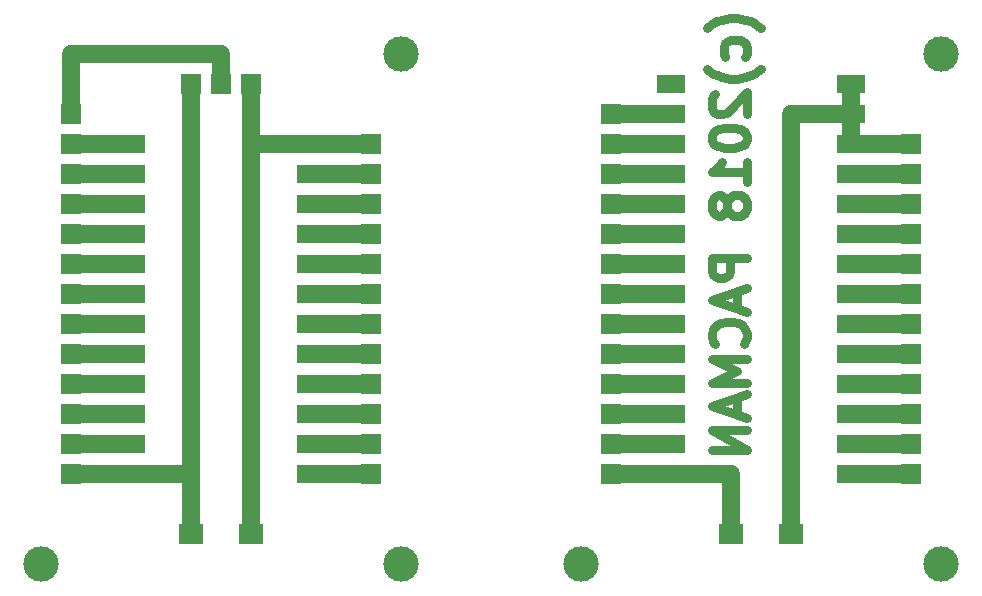
<source format=gbr>
G04 #@! TF.FileFunction,Copper,L2,Bot,Signal*
%FSLAX46Y46*%
G04 Gerber Fmt 4.6, Leading zero omitted, Abs format (unit mm)*
G04 Created by KiCad (PCBNEW 4.0.5+dfsg1-4) date Mon Jul  9 17:35:54 2018*
%MOMM*%
%LPD*%
G01*
G04 APERTURE LIST*
%ADD10C,0.100000*%
%ADD11C,0.750000*%
%ADD12R,1.700000X1.700000*%
%ADD13R,2.400000X1.600000*%
%ADD14R,2.000000X1.700000*%
%ADD15C,3.000000*%
%ADD16C,1.500000*%
G04 APERTURE END LIST*
D10*
D11*
X66000000Y50448571D02*
X65857143Y50591429D01*
X65428571Y50877143D01*
X65142857Y51020000D01*
X64714286Y51162857D01*
X64000000Y51305714D01*
X63428571Y51305714D01*
X62714286Y51162857D01*
X62285714Y51020000D01*
X62000000Y50877143D01*
X61571429Y50591429D01*
X61428571Y50448571D01*
X64714286Y48020000D02*
X64857143Y48305714D01*
X64857143Y48877143D01*
X64714286Y49162857D01*
X64571429Y49305714D01*
X64285714Y49448571D01*
X63428571Y49448571D01*
X63142857Y49305714D01*
X63000000Y49162857D01*
X62857143Y48877143D01*
X62857143Y48305714D01*
X63000000Y48020000D01*
X66000000Y47020000D02*
X65857143Y46877142D01*
X65428571Y46591428D01*
X65142857Y46448571D01*
X64714286Y46305714D01*
X64000000Y46162857D01*
X63428571Y46162857D01*
X62714286Y46305714D01*
X62285714Y46448571D01*
X62000000Y46591428D01*
X61571429Y46877142D01*
X61428571Y47020000D01*
X62142857Y44877142D02*
X62000000Y44734285D01*
X61857143Y44448571D01*
X61857143Y43734285D01*
X62000000Y43448571D01*
X62142857Y43305714D01*
X62428571Y43162857D01*
X62714286Y43162857D01*
X63142857Y43305714D01*
X64857143Y45020000D01*
X64857143Y43162857D01*
X61857143Y41305714D02*
X61857143Y41019999D01*
X62000000Y40734285D01*
X62142857Y40591428D01*
X62428571Y40448571D01*
X63000000Y40305714D01*
X63714286Y40305714D01*
X64285714Y40448571D01*
X64571429Y40591428D01*
X64714286Y40734285D01*
X64857143Y41019999D01*
X64857143Y41305714D01*
X64714286Y41591428D01*
X64571429Y41734285D01*
X64285714Y41877142D01*
X63714286Y42019999D01*
X63000000Y42019999D01*
X62428571Y41877142D01*
X62142857Y41734285D01*
X62000000Y41591428D01*
X61857143Y41305714D01*
X64857143Y37448571D02*
X64857143Y39162856D01*
X64857143Y38305714D02*
X61857143Y38305714D01*
X62285714Y38591428D01*
X62571429Y38877142D01*
X62714286Y39162856D01*
X63142857Y35734285D02*
X63000000Y36019999D01*
X62857143Y36162856D01*
X62571429Y36305713D01*
X62428571Y36305713D01*
X62142857Y36162856D01*
X62000000Y36019999D01*
X61857143Y35734285D01*
X61857143Y35162856D01*
X62000000Y34877142D01*
X62142857Y34734285D01*
X62428571Y34591428D01*
X62571429Y34591428D01*
X62857143Y34734285D01*
X63000000Y34877142D01*
X63142857Y35162856D01*
X63142857Y35734285D01*
X63285714Y36019999D01*
X63428571Y36162856D01*
X63714286Y36305713D01*
X64285714Y36305713D01*
X64571429Y36162856D01*
X64714286Y36019999D01*
X64857143Y35734285D01*
X64857143Y35162856D01*
X64714286Y34877142D01*
X64571429Y34734285D01*
X64285714Y34591428D01*
X63714286Y34591428D01*
X63428571Y34734285D01*
X63285714Y34877142D01*
X63142857Y35162856D01*
X64857143Y31019999D02*
X61857143Y31019999D01*
X61857143Y29877142D01*
X62000000Y29591428D01*
X62142857Y29448571D01*
X62428571Y29305714D01*
X62857143Y29305714D01*
X63142857Y29448571D01*
X63285714Y29591428D01*
X63428571Y29877142D01*
X63428571Y31019999D01*
X64000000Y28162856D02*
X64000000Y26734285D01*
X64857143Y28448571D02*
X61857143Y27448571D01*
X64857143Y26448571D01*
X64571429Y23734285D02*
X64714286Y23877142D01*
X64857143Y24305713D01*
X64857143Y24591427D01*
X64714286Y25019999D01*
X64428571Y25305713D01*
X64142857Y25448570D01*
X63571429Y25591427D01*
X63142857Y25591427D01*
X62571429Y25448570D01*
X62285714Y25305713D01*
X62000000Y25019999D01*
X61857143Y24591427D01*
X61857143Y24305713D01*
X62000000Y23877142D01*
X62142857Y23734285D01*
X64857143Y22448570D02*
X61857143Y22448570D01*
X64000000Y21448570D01*
X61857143Y20448570D01*
X64857143Y20448570D01*
X64000000Y19162856D02*
X64000000Y17734285D01*
X64857143Y19448571D02*
X61857143Y18448571D01*
X64857143Y17448571D01*
X64857143Y16448570D02*
X61857143Y16448570D01*
X64857143Y14734285D01*
X61857143Y14734285D01*
D12*
X22860000Y45720000D03*
X20320000Y45720000D03*
X17780000Y45720000D03*
X7620000Y43180000D03*
X7620000Y40640000D03*
X7620000Y38100000D03*
X7620000Y35560000D03*
X7620000Y33020000D03*
X7620000Y30480000D03*
X7620000Y27940000D03*
X7620000Y25400000D03*
X7620000Y22860000D03*
X7620000Y20320000D03*
X7620000Y17780000D03*
X7620000Y15240000D03*
X7620000Y12700000D03*
X78740000Y12700000D03*
X78740000Y15240000D03*
X78740000Y17780000D03*
X78740000Y20320000D03*
X78740000Y22860000D03*
X78740000Y25400000D03*
X78740000Y27940000D03*
X78740000Y30480000D03*
X78740000Y33020000D03*
X78740000Y35560000D03*
X78740000Y38100000D03*
X78740000Y40640000D03*
X53340000Y43180000D03*
X53340000Y40640000D03*
X53340000Y38100000D03*
X53340000Y35560000D03*
X53340000Y33020000D03*
X53340000Y30480000D03*
X53340000Y27940000D03*
X53340000Y25400000D03*
X53340000Y22860000D03*
X53340000Y20320000D03*
X53340000Y17780000D03*
X53340000Y15240000D03*
X53340000Y12700000D03*
D13*
X58420000Y45720000D03*
X73660000Y12700000D03*
X58420000Y43180000D03*
X73660000Y15240000D03*
X58420000Y40640000D03*
X73660000Y17780000D03*
X58420000Y38100000D03*
X73660000Y20320000D03*
X58420000Y35560000D03*
X73660000Y22860000D03*
X58420000Y33020000D03*
X73660000Y25400000D03*
X58420000Y30480000D03*
X73660000Y27940000D03*
X58420000Y27940000D03*
X73660000Y30480000D03*
X58420000Y25400000D03*
X73660000Y33020000D03*
X58420000Y22860000D03*
X73660000Y35560000D03*
X58420000Y20320000D03*
X73660000Y38100000D03*
X58420000Y17780000D03*
X73660000Y40640000D03*
X58420000Y15240000D03*
X73660000Y43180000D03*
X58420000Y12700000D03*
X73660000Y45720000D03*
D12*
X33020000Y12700000D03*
X33020000Y15240000D03*
X33020000Y17780000D03*
X33020000Y20320000D03*
X33020000Y22860000D03*
X33020000Y25400000D03*
X33020000Y27940000D03*
X33020000Y30480000D03*
X33020000Y33020000D03*
X33020000Y35560000D03*
X33020000Y38100000D03*
X33020000Y40640000D03*
D13*
X12700000Y40640000D03*
X27940000Y12700000D03*
X12700000Y38100000D03*
X27940000Y15240000D03*
X12700000Y35560000D03*
X27940000Y17780000D03*
X12700000Y33020000D03*
X27940000Y20320000D03*
X12700000Y30480000D03*
X27940000Y22860000D03*
X12700000Y27940000D03*
X27940000Y25400000D03*
X12700000Y25400000D03*
X27940000Y27940000D03*
X12700000Y22860000D03*
X27940000Y30480000D03*
X12700000Y20320000D03*
X27940000Y33020000D03*
X12700000Y17780000D03*
X27940000Y35560000D03*
X12700000Y15240000D03*
X27940000Y38100000D03*
X12700000Y12700000D03*
X27940000Y40640000D03*
D14*
X22860000Y7620000D03*
X17780000Y7620000D03*
X68580000Y7620000D03*
X63500000Y7620000D03*
D15*
X81280000Y5080000D03*
X50800000Y5080000D03*
X35560000Y5080000D03*
X5080000Y5080000D03*
X35560000Y48260000D03*
X81280000Y48260000D03*
D16*
X7620000Y43180000D02*
X7620000Y48260000D01*
X20320000Y48260000D02*
X20320000Y45720000D01*
X7620000Y48260000D02*
X20320000Y48260000D01*
X7620000Y40640000D02*
X12700000Y40640000D01*
X7620000Y38100000D02*
X12700000Y38100000D01*
X7620000Y35560000D02*
X12700000Y35560000D01*
X7620000Y33020000D02*
X12700000Y33020000D01*
X7620000Y30480000D02*
X12700000Y30480000D01*
X7620000Y27940000D02*
X12700000Y27940000D01*
X7620000Y25400000D02*
X12700000Y25400000D01*
X7620000Y22860000D02*
X12700000Y22860000D01*
X7620000Y20320000D02*
X12700000Y20320000D01*
X7620000Y17780000D02*
X12700000Y17780000D01*
X58420000Y12700000D02*
X63500000Y12700000D01*
X63500000Y12700000D02*
X63500000Y7620000D01*
X17780000Y7620000D02*
X17780000Y12700000D01*
X17780000Y45720000D02*
X17780000Y12700000D01*
X17780000Y12700000D02*
X12700000Y12700000D01*
X53340000Y12700000D02*
X58420000Y12700000D01*
X7620000Y12700000D02*
X12700000Y12700000D01*
X27940000Y12700000D02*
X33020000Y12700000D01*
X27940000Y15240000D02*
X33020000Y15240000D01*
X27940000Y17780000D02*
X33020000Y17780000D01*
X27940000Y20320000D02*
X33020000Y20320000D01*
X27940000Y22860000D02*
X33020000Y22860000D01*
X27940000Y25400000D02*
X33020000Y25400000D01*
X27940000Y27940000D02*
X33020000Y27940000D01*
X27940000Y30480000D02*
X33020000Y30480000D01*
X27940000Y33020000D02*
X33020000Y33020000D01*
X27940000Y35560000D02*
X33020000Y35560000D01*
X27940000Y38100000D02*
X33020000Y38100000D01*
X68580000Y7620000D02*
X68580000Y43180000D01*
X68580000Y43180000D02*
X73660000Y43180000D01*
X22860000Y7620000D02*
X22860000Y40640000D01*
X22860000Y45720000D02*
X22860000Y40640000D01*
X22860000Y40640000D02*
X27940000Y40640000D01*
X78740000Y40640000D02*
X73660000Y40640000D01*
X73660000Y40640000D02*
X73660000Y43180000D01*
X73660000Y43180000D02*
X73660000Y45720000D01*
X27940000Y40640000D02*
X33020000Y40640000D01*
X53340000Y43180000D02*
X58420000Y43180000D01*
X53340000Y40640000D02*
X58420000Y40640000D01*
X53340000Y38100000D02*
X58420000Y38100000D01*
X53340000Y35560000D02*
X58420000Y35560000D01*
X53340000Y33020000D02*
X58420000Y33020000D01*
X53340000Y30480000D02*
X58420000Y30480000D01*
X58420000Y27940000D02*
X53340000Y27940000D01*
X53340000Y25400000D02*
X58420000Y25400000D01*
X53340000Y22860000D02*
X58420000Y22860000D01*
X53340000Y20320000D02*
X58420000Y20320000D01*
X53340000Y17780000D02*
X58420000Y17780000D01*
X53340000Y15240000D02*
X58420000Y15240000D01*
X73660000Y12700000D02*
X78740000Y12700000D01*
X78740000Y15240000D02*
X73660000Y15240000D01*
X78740000Y17780000D02*
X73660000Y17780000D01*
X78740000Y20320000D02*
X73660000Y20320000D01*
X78740000Y22860000D02*
X73660000Y22860000D01*
X78740000Y25400000D02*
X73660000Y25400000D01*
X78740000Y27940000D02*
X73660000Y27940000D01*
X78740000Y30480000D02*
X73660000Y30480000D01*
X78740000Y33020000D02*
X73660000Y33020000D01*
X78740000Y35560000D02*
X73660000Y35560000D01*
X78740000Y38100000D02*
X73660000Y38100000D01*
X7620000Y15240000D02*
X12700000Y15240000D01*
M02*

</source>
